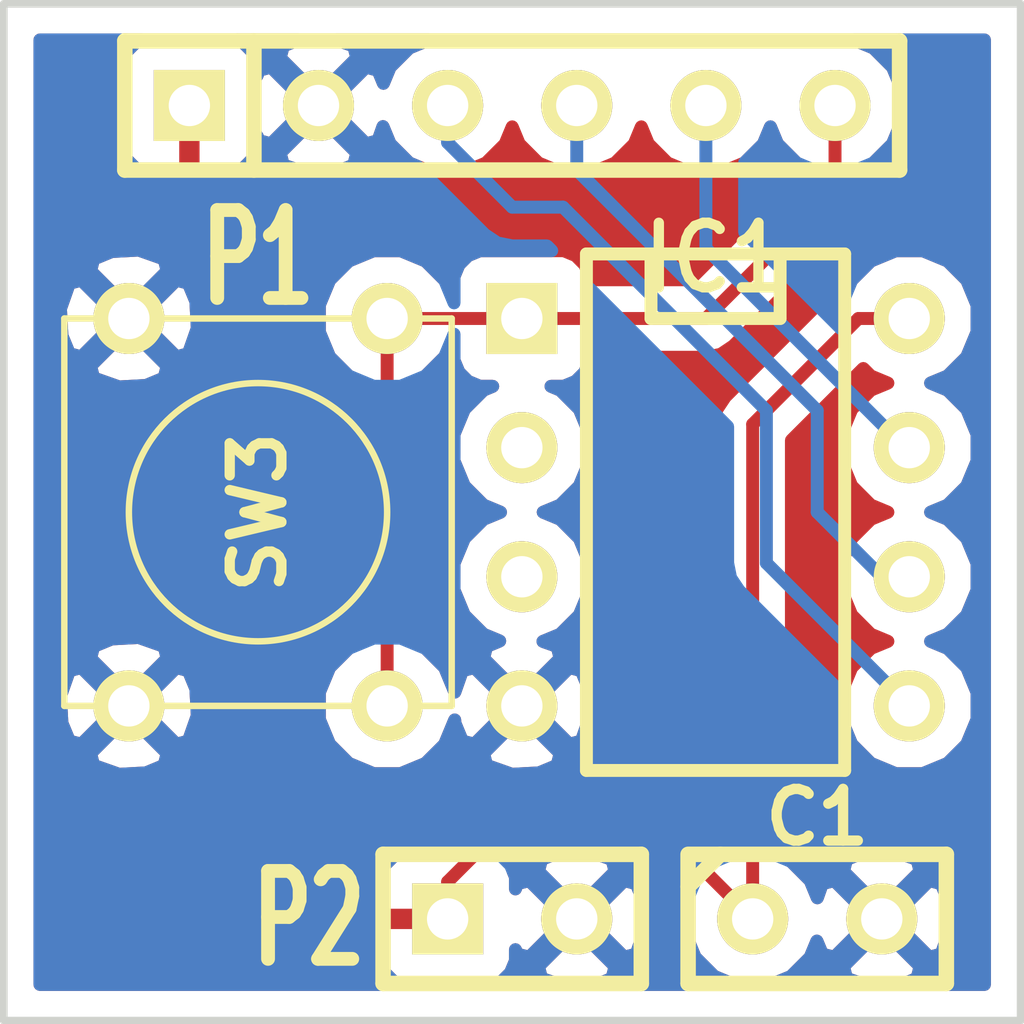
<source format=kicad_pcb>
(kicad_pcb (version 3) (host pcbnew "(2013-04-19 BZR 4011)-stable")

  (general
    (links 14)
    (no_connects 0)
    (area 76.924999 20.924999 97.075001 41.075001)
    (thickness 1.6)
    (drawings 4)
    (tracks 31)
    (zones 0)
    (modules 5)
    (nets 7)
  )

  (page A3)
  (layers
    (15 F.Cu signal)
    (0 B.Cu signal)
    (16 B.Adhes user)
    (17 F.Adhes user)
    (18 B.Paste user)
    (19 F.Paste user)
    (20 B.SilkS user)
    (21 F.SilkS user)
    (22 B.Mask user)
    (23 F.Mask user)
    (24 Dwgs.User user)
    (25 Cmts.User user)
    (26 Eco1.User user)
    (27 Eco2.User user)
    (28 Edge.Cuts user)
  )

  (setup
    (last_trace_width 0.254)
    (trace_clearance 0.254)
    (zone_clearance 0.508)
    (zone_45_only no)
    (trace_min 0.254)
    (segment_width 0.2)
    (edge_width 0.15)
    (via_size 0.889)
    (via_drill 0.635)
    (via_min_size 0.889)
    (via_min_drill 0.508)
    (uvia_size 0.508)
    (uvia_drill 0.127)
    (uvias_allowed no)
    (uvia_min_size 0.508)
    (uvia_min_drill 0.127)
    (pcb_text_width 0.3)
    (pcb_text_size 1.5 1.5)
    (mod_edge_width 0.15)
    (mod_text_size 1.5 1.5)
    (mod_text_width 0.15)
    (pad_size 1.524 1.524)
    (pad_drill 0.762)
    (pad_to_mask_clearance 0.2)
    (aux_axis_origin 0 0)
    (visible_elements 7FFFFFFF)
    (pcbplotparams
      (layerselection 3178497)
      (usegerberextensions true)
      (excludeedgelayer true)
      (linewidth 100000)
      (plotframeref false)
      (viasonmask false)
      (mode 1)
      (useauxorigin false)
      (hpglpennumber 1)
      (hpglpenspeed 20)
      (hpglpendiameter 15)
      (hpglpenoverlay 2)
      (psnegative false)
      (psa4output false)
      (plotreference true)
      (plotvalue true)
      (plotothertext true)
      (plotinvisibletext false)
      (padsonsilk false)
      (subtractmaskfromsilk false)
      (outputformat 1)
      (mirror false)
      (drillshape 0)
      (scaleselection 1)
      (outputdirectory ""))
  )

  (net 0 "")
  (net 1 /MISO)
  (net 2 /MOSI)
  (net 3 /RESET)
  (net 4 /SCK)
  (net 5 GND)
  (net 6 VCC)

  (net_class Default "This is the default net class."
    (clearance 0.254)
    (trace_width 0.254)
    (via_dia 0.889)
    (via_drill 0.635)
    (uvia_dia 0.508)
    (uvia_drill 0.127)
    (add_net "")
    (add_net /MISO)
    (add_net /MOSI)
    (add_net /RESET)
    (add_net /SCK)
    (add_net GND)
  )

  (net_class VCC ""
    (clearance 0.254)
    (trace_width 0.4)
    (via_dia 0.889)
    (via_drill 0.635)
    (uvia_dia 0.508)
    (uvia_drill 0.127)
    (add_net VCC)
  )

  (module SW_PUSH_SMALL (layer F.Cu) (tedit 52390539) (tstamp 5238EA53)
    (at 82 31 90)
    (path /5237CFD1)
    (fp_text reference SW3 (at 0 0 90) (layer F.SilkS)
      (effects (font (size 1.016 1.016) (thickness 0.2032)))
    )
    (fp_text value SW_PUSH (at 0 1.016 90) (layer F.SilkS) hide
      (effects (font (size 1.016 1.016) (thickness 0.2032)))
    )
    (fp_circle (center 0 0) (end 0 -2.54) (layer F.SilkS) (width 0.127))
    (fp_line (start -3.81 -3.81) (end 3.81 -3.81) (layer F.SilkS) (width 0.127))
    (fp_line (start 3.81 -3.81) (end 3.81 3.81) (layer F.SilkS) (width 0.127))
    (fp_line (start 3.81 3.81) (end -3.81 3.81) (layer F.SilkS) (width 0.127))
    (fp_line (start -3.81 -3.81) (end -3.81 3.81) (layer F.SilkS) (width 0.127))
    (pad 1 thru_hole circle (at 3.81 -2.54 90) (size 1.397 1.397) (drill 0.8128)
      (layers *.Cu *.Mask F.SilkS)
      (net 5 GND)
    )
    (pad 2 thru_hole circle (at 3.81 2.54 90) (size 1.397 1.397) (drill 0.8128)
      (layers *.Cu *.Mask F.SilkS)
      (net 3 /RESET)
    )
    (pad 1 thru_hole circle (at -3.81 -2.54 90) (size 1.397 1.397) (drill 0.8128)
      (layers *.Cu *.Mask F.SilkS)
      (net 5 GND)
    )
    (pad 2 thru_hole circle (at -3.81 2.54 90) (size 1.397 1.397) (drill 0.8128)
      (layers *.Cu *.Mask F.SilkS)
      (net 3 /RESET)
    )
  )

  (module SIL-6 (layer F.Cu) (tedit 523A47F6) (tstamp 5238F611)
    (at 87 23)
    (descr "Connecteur 6 pins")
    (tags "CONN DEV")
    (path /5238E8F5)
    (fp_text reference P1 (at -5 3) (layer F.SilkS)
      (effects (font (size 1.72974 1.08712) (thickness 0.3048)))
    )
    (fp_text value CONN_6 (at 0 2.5) (layer F.SilkS) hide
      (effects (font (size 1.524 1.016) (thickness 0.254)))
    )
    (fp_line (start -7.62 1.27) (end -7.62 -1.27) (layer F.SilkS) (width 0.3048))
    (fp_line (start -7.62 -1.27) (end 7.62 -1.27) (layer F.SilkS) (width 0.3048))
    (fp_line (start 7.62 -1.27) (end 7.62 1.27) (layer F.SilkS) (width 0.3048))
    (fp_line (start 7.62 1.27) (end -7.62 1.27) (layer F.SilkS) (width 0.3048))
    (fp_line (start -5.08 1.27) (end -5.08 -1.27) (layer F.SilkS) (width 0.3048))
    (pad 1 thru_hole rect (at -6.35 0) (size 1.397 1.397) (drill 0.8128)
      (layers *.Cu *.Mask F.SilkS)
      (net 6 VCC)
    )
    (pad 2 thru_hole circle (at -3.81 0) (size 1.397 1.397) (drill 0.8128)
      (layers *.Cu *.Mask F.SilkS)
      (net 5 GND)
    )
    (pad 3 thru_hole circle (at -1.27 0) (size 1.397 1.397) (drill 0.8128)
      (layers *.Cu *.Mask F.SilkS)
      (net 2 /MOSI)
    )
    (pad 4 thru_hole circle (at 1.27 0) (size 1.397 1.397) (drill 0.8128)
      (layers *.Cu *.Mask F.SilkS)
      (net 1 /MISO)
    )
    (pad 5 thru_hole circle (at 3.81 0) (size 1.397 1.397) (drill 0.8128)
      (layers *.Cu *.Mask F.SilkS)
      (net 4 /SCK)
    )
    (pad 6 thru_hole circle (at 6.35 0) (size 1.397 1.397) (drill 0.8128)
      (layers *.Cu *.Mask F.SilkS)
      (net 3 /RESET)
    )
  )

  (module SIL-2 (layer F.Cu) (tedit 5239050D) (tstamp 5238F61C)
    (at 87 39)
    (descr "Connecteurs 2 pins")
    (tags "CONN DEV")
    (path /5238E9F9)
    (fp_text reference P2 (at -4 0) (layer F.SilkS)
      (effects (font (size 1.72974 1.08712) (thickness 0.3048)))
    )
    (fp_text value CONN_2 (at 0 -2.54) (layer F.SilkS) hide
      (effects (font (size 1.524 1.016) (thickness 0.3048)))
    )
    (fp_line (start -2.54 1.27) (end -2.54 -1.27) (layer F.SilkS) (width 0.3048))
    (fp_line (start -2.54 -1.27) (end 2.54 -1.27) (layer F.SilkS) (width 0.3048))
    (fp_line (start 2.54 -1.27) (end 2.54 1.27) (layer F.SilkS) (width 0.3048))
    (fp_line (start 2.54 1.27) (end -2.54 1.27) (layer F.SilkS) (width 0.3048))
    (pad 1 thru_hole rect (at -1.27 0) (size 1.397 1.397) (drill 0.8128)
      (layers *.Cu *.Mask F.SilkS)
      (net 6 VCC)
    )
    (pad 2 thru_hole circle (at 1.27 0) (size 1.397 1.397) (drill 0.8128)
      (layers *.Cu *.Mask F.SilkS)
      (net 5 GND)
    )
  )

  (module DIP-8__300 (layer F.Cu) (tedit 52390557) (tstamp 5238EA7F)
    (at 91 31 270)
    (descr "8 pins DIL package, round pads")
    (tags DIL)
    (path /5237CFC2)
    (fp_text reference IC1 (at -5 0 360) (layer F.SilkS)
      (effects (font (size 1.27 1.143) (thickness 0.2032)))
    )
    (fp_text value ATTINY85-P (at 0 0 270) (layer F.SilkS) hide
      (effects (font (size 1.27 1.016) (thickness 0.2032)))
    )
    (fp_line (start -5.08 -1.27) (end -3.81 -1.27) (layer F.SilkS) (width 0.254))
    (fp_line (start -3.81 -1.27) (end -3.81 1.27) (layer F.SilkS) (width 0.254))
    (fp_line (start -3.81 1.27) (end -5.08 1.27) (layer F.SilkS) (width 0.254))
    (fp_line (start -5.08 -2.54) (end 5.08 -2.54) (layer F.SilkS) (width 0.254))
    (fp_line (start 5.08 -2.54) (end 5.08 2.54) (layer F.SilkS) (width 0.254))
    (fp_line (start 5.08 2.54) (end -5.08 2.54) (layer F.SilkS) (width 0.254))
    (fp_line (start -5.08 2.54) (end -5.08 -2.54) (layer F.SilkS) (width 0.254))
    (pad 1 thru_hole rect (at -3.81 3.81 270) (size 1.397 1.397) (drill 0.8128)
      (layers *.Cu *.Mask F.SilkS)
      (net 3 /RESET)
    )
    (pad 2 thru_hole circle (at -1.27 3.81 270) (size 1.397 1.397) (drill 0.8128)
      (layers *.Cu *.Mask F.SilkS)
    )
    (pad 3 thru_hole circle (at 1.27 3.81 270) (size 1.397 1.397) (drill 0.8128)
      (layers *.Cu *.Mask F.SilkS)
    )
    (pad 4 thru_hole circle (at 3.81 3.81 270) (size 1.397 1.397) (drill 0.8128)
      (layers *.Cu *.Mask F.SilkS)
      (net 5 GND)
    )
    (pad 5 thru_hole circle (at 3.81 -3.81 270) (size 1.397 1.397) (drill 0.8128)
      (layers *.Cu *.Mask F.SilkS)
      (net 2 /MOSI)
    )
    (pad 6 thru_hole circle (at 1.27 -3.81 270) (size 1.397 1.397) (drill 0.8128)
      (layers *.Cu *.Mask F.SilkS)
      (net 1 /MISO)
    )
    (pad 7 thru_hole circle (at -1.27 -3.81 270) (size 1.397 1.397) (drill 0.8128)
      (layers *.Cu *.Mask F.SilkS)
      (net 4 /SCK)
    )
    (pad 8 thru_hole circle (at -3.81 -3.81 270) (size 1.397 1.397) (drill 0.8128)
      (layers *.Cu *.Mask F.SilkS)
      (net 6 VCC)
    )
    (model dil/dil_8.wrl
      (at (xyz 0 0 0))
      (scale (xyz 1 1 1))
      (rotate (xyz 0 0 0))
    )
  )

  (module C1 (layer F.Cu) (tedit 52390509) (tstamp 5238EA8A)
    (at 93 39)
    (descr "Condensateur e = 1 pas")
    (tags C)
    (path /5238D9F4)
    (fp_text reference C1 (at 0 -2) (layer F.SilkS)
      (effects (font (size 1.016 1.016) (thickness 0.2032)))
    )
    (fp_text value 10uf (at 0 -2.286) (layer F.SilkS) hide
      (effects (font (size 1.016 1.016) (thickness 0.2032)))
    )
    (fp_line (start -2.4892 -1.27) (end 2.54 -1.27) (layer F.SilkS) (width 0.3048))
    (fp_line (start 2.54 -1.27) (end 2.54 1.27) (layer F.SilkS) (width 0.3048))
    (fp_line (start 2.54 1.27) (end -2.54 1.27) (layer F.SilkS) (width 0.3048))
    (fp_line (start -2.54 1.27) (end -2.54 -1.27) (layer F.SilkS) (width 0.3048))
    (fp_line (start -2.54 -0.635) (end -1.905 -1.27) (layer F.SilkS) (width 0.3048))
    (pad 1 thru_hole circle (at -1.27 0) (size 1.397 1.397) (drill 0.8128)
      (layers *.Cu *.Mask F.SilkS)
      (net 6 VCC)
    )
    (pad 2 thru_hole circle (at 1.27 0) (size 1.397 1.397) (drill 0.8128)
      (layers *.Cu *.Mask F.SilkS)
      (net 5 GND)
    )
    (model discret/capa_1_pas.wrl
      (at (xyz 0 0 0))
      (scale (xyz 1 1 1))
      (rotate (xyz 0 0 0))
    )
  )

  (gr_line (start 77 41) (end 77 21) (angle 90) (layer Edge.Cuts) (width 0.15))
  (gr_line (start 97 41) (end 77 41) (angle 90) (layer Edge.Cuts) (width 0.15))
  (gr_line (start 97 21) (end 97 41) (angle 90) (layer Edge.Cuts) (width 0.15))
  (gr_line (start 77 21) (end 97 21) (angle 90) (layer Edge.Cuts) (width 0.15))

  (segment (start 94.81 32.27) (end 94.27 32.27) (width 0.254) (layer B.Cu) (net 1))
  (segment (start 88.27 24.27) (end 88.27 23) (width 0.254) (layer B.Cu) (net 1) (tstamp 5238F098))
  (segment (start 93 29) (end 88.27 24.27) (width 0.254) (layer B.Cu) (net 1) (tstamp 5238F095))
  (segment (start 93 31) (end 93 29) (width 0.254) (layer B.Cu) (net 1) (tstamp 5238F093))
  (segment (start 94.27 32.27) (end 93 31) (width 0.254) (layer B.Cu) (net 1) (tstamp 5238F091))
  (segment (start 94.81 34.81) (end 92 32) (width 0.254) (layer B.Cu) (net 2))
  (segment (start 85.73 23.73) (end 85.73 23) (width 0.254) (layer B.Cu) (net 2) (tstamp 5238F0A5))
  (segment (start 87 25) (end 85.73 23.73) (width 0.254) (layer B.Cu) (net 2) (tstamp 5238F0A0))
  (segment (start 88 25) (end 87 25) (width 0.254) (layer B.Cu) (net 2) (tstamp 5238F09E))
  (segment (start 92 29) (end 88 25) (width 0.254) (layer B.Cu) (net 2) (tstamp 5238F09D))
  (segment (start 92 32) (end 92 29) (width 0.254) (layer B.Cu) (net 2) (tstamp 5238F09C))
  (segment (start 87.19 27.19) (end 84.54 27.19) (width 0.254) (layer F.Cu) (net 3))
  (segment (start 84.54 27.19) (end 84.54 34.81) (width 0.254) (layer F.Cu) (net 3) (tstamp 5238F0E0))
  (segment (start 87.19 27.19) (end 90.81 27.19) (width 0.254) (layer F.Cu) (net 3))
  (segment (start 93.35 24.65) (end 93.35 23) (width 0.254) (layer F.Cu) (net 3) (tstamp 5238F0DC))
  (segment (start 90.81 27.19) (end 93.35 24.65) (width 0.254) (layer F.Cu) (net 3) (tstamp 5238F0D7))
  (segment (start 94.81 29.73) (end 94.73 29.73) (width 0.254) (layer B.Cu) (net 4))
  (segment (start 90.81 25.81) (end 90.81 23) (width 0.254) (layer B.Cu) (net 4) (tstamp 5238F071))
  (segment (start 94.73 29.73) (end 90.81 25.81) (width 0.254) (layer B.Cu) (net 4) (tstamp 5238F06D))
  (segment (start 85.73 39) (end 83 39) (width 0.4) (layer F.Cu) (net 6))
  (segment (start 83 39) (end 82 38) (width 0.4) (layer F.Cu) (net 6) (tstamp 5238F44E))
  (segment (start 82 38) (end 82 26) (width 0.4) (layer F.Cu) (net 6) (tstamp 5238F450))
  (segment (start 82 26) (end 80.65 24.65) (width 0.4) (layer F.Cu) (net 6) (tstamp 5238F452))
  (segment (start 80.65 24.65) (end 80.65 23) (width 0.4) (layer F.Cu) (net 6) (tstamp 5238F454))
  (segment (start 91.73 39) (end 91.73 29.27) (width 0.254) (layer F.Cu) (net 6))
  (segment (start 93.81 27.19) (end 94.81 27.19) (width 0.254) (layer F.Cu) (net 6) (tstamp 5238F2AC))
  (segment (start 91.73 29.27) (end 93.81 27.19) (width 0.254) (layer F.Cu) (net 6) (tstamp 5238F2A8))
  (segment (start 85.73 39) (end 85.73 38.27) (width 0.254) (layer F.Cu) (net 6))
  (segment (start 89.73 37) (end 91.73 39) (width 0.254) (layer F.Cu) (net 6) (tstamp 5238F2A2))
  (segment (start 87 37) (end 89.73 37) (width 0.254) (layer F.Cu) (net 6) (tstamp 5238F29D))
  (segment (start 85.73 38.27) (end 87 37) (width 0.254) (layer F.Cu) (net 6) (tstamp 5238F29C))

  (zone (net 5) (net_name GND) (layer B.Cu) (tstamp 5238F4C8) (hatch edge 0.508)
    (connect_pads (clearance 0.508))
    (min_thickness 0.254)
    (fill (arc_segments 16) (thermal_gap 0.508) (thermal_bridge_width 0.508))
    (polygon
      (pts
        (xy 97 41) (xy 77 41) (xy 77 21) (xy 97 21)
      )
    )
    (filled_polygon
      (pts
        (xy 96.29 40.29) (xy 95.615924 40.29) (xy 95.615924 39.19252) (xy 95.587146 38.662802) (xy 95.439798 38.307072)
        (xy 95.204186 38.245419) (xy 95.024581 38.425024) (xy 95.024581 38.065814) (xy 94.962928 37.830202) (xy 94.46252 37.654076)
        (xy 93.932802 37.682854) (xy 93.577072 37.830202) (xy 93.515419 38.065814) (xy 94.27 38.820395) (xy 95.024581 38.065814)
        (xy 95.024581 38.425024) (xy 94.449605 39) (xy 95.204186 39.754581) (xy 95.439798 39.692928) (xy 95.615924 39.19252)
        (xy 95.615924 40.29) (xy 94.672734 40.29) (xy 94.962928 40.169798) (xy 95.024581 39.934186) (xy 94.27 39.179605)
        (xy 93.515419 39.934186) (xy 93.577072 40.169798) (xy 93.918589 40.29) (xy 92.09992 40.29) (xy 92.48438 40.131145)
        (xy 92.859826 39.756353) (xy 92.993314 39.434877) (xy 93.100202 39.692928) (xy 93.335814 39.754581) (xy 94.090395 39)
        (xy 93.335814 38.245419) (xy 93.100202 38.307072) (xy 93.001917 38.586316) (xy 92.861145 38.24562) (xy 92.486353 37.870174)
        (xy 91.996413 37.666733) (xy 91.465914 37.66627) (xy 90.97562 37.868855) (xy 90.600174 38.243647) (xy 90.396733 38.733587)
        (xy 90.39627 39.264086) (xy 90.598855 39.75438) (xy 90.973647 40.129826) (xy 91.359388 40.29) (xy 89.615924 40.29)
        (xy 89.615924 39.19252) (xy 89.587146 38.662802) (xy 89.439798 38.307072) (xy 89.204186 38.245419) (xy 89.024581 38.425024)
        (xy 89.024581 38.065814) (xy 88.962928 37.830202) (xy 88.535924 37.679911) (xy 88.535924 35.00252) (xy 88.507146 34.472802)
        (xy 88.359798 34.117072) (xy 88.124186 34.055419) (xy 87.369605 34.81) (xy 88.124186 35.564581) (xy 88.359798 35.502928)
        (xy 88.535924 35.00252) (xy 88.535924 37.679911) (xy 88.46252 37.654076) (xy 87.944581 37.682214) (xy 87.944581 35.744186)
        (xy 87.19 34.989605) (xy 87.010395 35.16921) (xy 87.010395 34.81) (xy 86.255814 34.055419) (xy 86.020202 34.117072)
        (xy 85.871318 34.540078) (xy 85.671145 34.05562) (xy 85.296353 33.680174) (xy 84.806413 33.476733) (xy 84.275914 33.47627)
        (xy 83.78562 33.678855) (xy 83.410174 34.053647) (xy 83.206733 34.543587) (xy 83.20627 35.074086) (xy 83.408855 35.56438)
        (xy 83.783647 35.939826) (xy 84.273587 36.143267) (xy 84.804086 36.14373) (xy 85.29438 35.941145) (xy 85.669826 35.566353)
        (xy 85.869501 35.085482) (xy 85.872854 35.147198) (xy 86.020202 35.502928) (xy 86.255814 35.564581) (xy 87.010395 34.81)
        (xy 87.010395 35.16921) (xy 86.435419 35.744186) (xy 86.497072 35.979798) (xy 86.99748 36.155924) (xy 87.527198 36.127146)
        (xy 87.882928 35.979798) (xy 87.944581 35.744186) (xy 87.944581 37.682214) (xy 87.932802 37.682854) (xy 87.577072 37.830202)
        (xy 87.515419 38.065814) (xy 88.27 38.820395) (xy 89.024581 38.065814) (xy 89.024581 38.425024) (xy 88.449605 39)
        (xy 89.204186 39.754581) (xy 89.439798 39.692928) (xy 89.615924 39.19252) (xy 89.615924 40.29) (xy 88.672734 40.29)
        (xy 88.962928 40.169798) (xy 89.024581 39.934186) (xy 88.27 39.179605) (xy 87.515419 39.934186) (xy 87.577072 40.169798)
        (xy 87.918589 40.29) (xy 86.659799 40.29) (xy 86.787729 40.237141) (xy 86.966513 40.058668) (xy 87.063389 39.825364)
        (xy 87.063582 39.604519) (xy 87.100202 39.692928) (xy 87.335814 39.754581) (xy 88.090395 39) (xy 87.335814 38.245419)
        (xy 87.100202 38.307072) (xy 87.06361 38.411036) (xy 87.06361 38.175745) (xy 86.967141 37.942271) (xy 86.788668 37.763487)
        (xy 86.555364 37.666611) (xy 86.302745 37.66639) (xy 84.905745 37.66639) (xy 84.672271 37.762859) (xy 84.493487 37.941332)
        (xy 84.396611 38.174636) (xy 84.39639 38.427255) (xy 84.39639 39.824255) (xy 84.492859 40.057729) (xy 84.671332 40.236513)
        (xy 84.800143 40.29) (xy 80.805924 40.29) (xy 80.805924 35.00252) (xy 80.805924 27.38252) (xy 80.777146 26.852802)
        (xy 80.629798 26.497072) (xy 80.394186 26.435419) (xy 80.214581 26.615024) (xy 80.214581 26.255814) (xy 80.152928 26.020202)
        (xy 79.65252 25.844076) (xy 79.122802 25.872854) (xy 78.767072 26.020202) (xy 78.705419 26.255814) (xy 79.46 27.010395)
        (xy 80.214581 26.255814) (xy 80.214581 26.615024) (xy 79.639605 27.19) (xy 80.394186 27.944581) (xy 80.629798 27.882928)
        (xy 80.805924 27.38252) (xy 80.805924 35.00252) (xy 80.777146 34.472802) (xy 80.629798 34.117072) (xy 80.394186 34.055419)
        (xy 80.214581 34.235024) (xy 80.214581 33.875814) (xy 80.214581 28.124186) (xy 79.46 27.369605) (xy 79.280395 27.54921)
        (xy 79.280395 27.19) (xy 78.525814 26.435419) (xy 78.290202 26.497072) (xy 78.114076 26.99748) (xy 78.142854 27.527198)
        (xy 78.290202 27.882928) (xy 78.525814 27.944581) (xy 79.280395 27.19) (xy 79.280395 27.54921) (xy 78.705419 28.124186)
        (xy 78.767072 28.359798) (xy 79.26748 28.535924) (xy 79.797198 28.507146) (xy 80.152928 28.359798) (xy 80.214581 28.124186)
        (xy 80.214581 33.875814) (xy 80.152928 33.640202) (xy 79.65252 33.464076) (xy 79.122802 33.492854) (xy 78.767072 33.640202)
        (xy 78.705419 33.875814) (xy 79.46 34.630395) (xy 80.214581 33.875814) (xy 80.214581 34.235024) (xy 79.639605 34.81)
        (xy 80.394186 35.564581) (xy 80.629798 35.502928) (xy 80.805924 35.00252) (xy 80.805924 40.29) (xy 80.214581 40.29)
        (xy 80.214581 35.744186) (xy 79.46 34.989605) (xy 79.280395 35.16921) (xy 79.280395 34.81) (xy 78.525814 34.055419)
        (xy 78.290202 34.117072) (xy 78.114076 34.61748) (xy 78.142854 35.147198) (xy 78.290202 35.502928) (xy 78.525814 35.564581)
        (xy 79.280395 34.81) (xy 79.280395 35.16921) (xy 78.705419 35.744186) (xy 78.767072 35.979798) (xy 79.26748 36.155924)
        (xy 79.797198 36.127146) (xy 80.152928 35.979798) (xy 80.214581 35.744186) (xy 80.214581 40.29) (xy 77.71 40.29)
        (xy 77.71 21.71) (xy 79.7202 21.71) (xy 79.592271 21.762859) (xy 79.413487 21.941332) (xy 79.316611 22.174636)
        (xy 79.31639 22.427255) (xy 79.31639 23.824255) (xy 79.412859 24.057729) (xy 79.591332 24.236513) (xy 79.824636 24.333389)
        (xy 80.077255 24.33361) (xy 81.474255 24.33361) (xy 81.707729 24.237141) (xy 81.886513 24.058668) (xy 81.983389 23.825364)
        (xy 81.983582 23.604519) (xy 82.020202 23.692928) (xy 82.255814 23.754581) (xy 83.010395 23) (xy 82.255814 22.245419)
        (xy 82.020202 22.307072) (xy 81.98361 22.411036) (xy 81.98361 22.175745) (xy 81.887141 21.942271) (xy 81.708668 21.763487)
        (xy 81.579856 21.71) (xy 82.787265 21.71) (xy 82.497072 21.830202) (xy 82.435419 22.065814) (xy 83.19 22.820395)
        (xy 83.944581 22.065814) (xy 83.882928 21.830202) (xy 83.54141 21.71) (xy 85.360079 21.71) (xy 84.97562 21.868855)
        (xy 84.600174 22.243647) (xy 84.466685 22.565122) (xy 84.359798 22.307072) (xy 84.124186 22.245419) (xy 83.369605 23)
        (xy 84.124186 23.754581) (xy 84.359798 23.692928) (xy 84.458082 23.413683) (xy 84.598855 23.75438) (xy 84.973647 24.129826)
        (xy 85.146186 24.20147) (xy 85.146187 24.201471) (xy 85.191185 24.268815) (xy 86.461184 25.538815) (xy 86.461185 25.538815)
        (xy 86.708395 25.703996) (xy 87 25.762) (xy 87.684369 25.762) (xy 87.778773 25.856404) (xy 87.762745 25.85639)
        (xy 86.365745 25.85639) (xy 86.132271 25.952859) (xy 85.953487 26.131332) (xy 85.856611 26.364636) (xy 85.85639 26.617255)
        (xy 85.85639 26.883947) (xy 85.671145 26.43562) (xy 85.296353 26.060174) (xy 84.806413 25.856733) (xy 84.275914 25.85627)
        (xy 83.944581 25.993173) (xy 83.944581 23.934186) (xy 83.19 23.179605) (xy 82.435419 23.934186) (xy 82.497072 24.169798)
        (xy 82.99748 24.345924) (xy 83.527198 24.317146) (xy 83.882928 24.169798) (xy 83.944581 23.934186) (xy 83.944581 25.993173)
        (xy 83.78562 26.058855) (xy 83.410174 26.433647) (xy 83.206733 26.923587) (xy 83.20627 27.454086) (xy 83.408855 27.94438)
        (xy 83.783647 28.319826) (xy 84.273587 28.523267) (xy 84.804086 28.52373) (xy 85.29438 28.321145) (xy 85.669826 27.946353)
        (xy 85.85639 27.497057) (xy 85.85639 28.014255) (xy 85.952859 28.247729) (xy 86.131332 28.426513) (xy 86.364636 28.523389)
        (xy 86.617255 28.52361) (xy 86.617727 28.52361) (xy 86.43562 28.598855) (xy 86.060174 28.973647) (xy 85.856733 29.463587)
        (xy 85.85627 29.994086) (xy 86.058855 30.48438) (xy 86.433647 30.859826) (xy 86.771448 31.000093) (xy 86.43562 31.138855)
        (xy 86.060174 31.513647) (xy 85.856733 32.003587) (xy 85.85627 32.534086) (xy 86.058855 33.02438) (xy 86.433647 33.399826)
        (xy 86.755122 33.533314) (xy 86.497072 33.640202) (xy 86.435419 33.875814) (xy 87.19 34.630395) (xy 87.944581 33.875814)
        (xy 87.882928 33.640202) (xy 87.603683 33.541917) (xy 87.94438 33.401145) (xy 88.319826 33.026353) (xy 88.523267 32.536413)
        (xy 88.52373 32.005914) (xy 88.321145 31.51562) (xy 87.946353 31.140174) (xy 87.608551 30.999906) (xy 87.94438 30.861145)
        (xy 88.319826 30.486353) (xy 88.523267 29.996413) (xy 88.52373 29.465914) (xy 88.321145 28.97562) (xy 87.946353 28.600174)
        (xy 87.761966 28.52361) (xy 88.014255 28.52361) (xy 88.247729 28.427141) (xy 88.426513 28.248668) (xy 88.523389 28.015364)
        (xy 88.52361 27.762745) (xy 88.52361 26.60124) (xy 91.238 29.31563) (xy 91.238 32) (xy 91.296004 32.291605)
        (xy 91.461185 32.538815) (xy 93.476723 34.554353) (xy 93.47627 35.074086) (xy 93.678855 35.56438) (xy 94.053647 35.939826)
        (xy 94.543587 36.143267) (xy 95.074086 36.14373) (xy 95.56438 35.941145) (xy 95.939826 35.566353) (xy 96.143267 35.076413)
        (xy 96.14373 34.545914) (xy 95.941145 34.05562) (xy 95.566353 33.680174) (xy 95.228551 33.539906) (xy 95.56438 33.401145)
        (xy 95.939826 33.026353) (xy 96.143267 32.536413) (xy 96.14373 32.005914) (xy 95.941145 31.51562) (xy 95.566353 31.140174)
        (xy 95.228551 30.999906) (xy 95.56438 30.861145) (xy 95.939826 30.486353) (xy 96.143267 29.996413) (xy 96.14373 29.465914)
        (xy 95.941145 28.97562) (xy 95.566353 28.600174) (xy 95.228551 28.459906) (xy 95.56438 28.321145) (xy 95.939826 27.946353)
        (xy 96.143267 27.456413) (xy 96.14373 26.925914) (xy 95.941145 26.43562) (xy 95.566353 26.060174) (xy 95.076413 25.856733)
        (xy 94.545914 25.85627) (xy 94.05562 26.058855) (xy 93.680174 26.433647) (xy 93.476733 26.923587) (xy 93.476318 27.398688)
        (xy 91.572 25.49437) (xy 91.572 24.123538) (xy 91.939826 23.756353) (xy 92.080093 23.418551) (xy 92.218855 23.75438)
        (xy 92.593647 24.129826) (xy 93.083587 24.333267) (xy 93.614086 24.33373) (xy 94.10438 24.131145) (xy 94.479826 23.756353)
        (xy 94.683267 23.266413) (xy 94.68373 22.735914) (xy 94.481145 22.24562) (xy 94.106353 21.870174) (xy 93.720611 21.71)
        (xy 96.29 21.71) (xy 96.29 40.29)
      )
    )
  )
  (zone (net 5) (net_name GND) (layer F.Cu) (tstamp 5238F4C8) (hatch edge 0.508)
    (connect_pads (clearance 0.508))
    (min_thickness 0.254)
    (fill (arc_segments 16) (thermal_gap 0.508) (thermal_bridge_width 0.508))
    (polygon
      (pts
        (xy 97 41) (xy 77 41) (xy 77 21) (xy 97 21)
      )
    )
    (filled_polygon
      (pts
        (xy 84.800143 40.29) (xy 80.805924 40.29) (xy 80.805924 35.00252) (xy 80.805924 27.38252) (xy 80.777146 26.852802)
        (xy 80.629798 26.497072) (xy 80.394186 26.435419) (xy 80.214581 26.615024) (xy 80.214581 26.255814) (xy 80.152928 26.020202)
        (xy 79.65252 25.844076) (xy 79.122802 25.872854) (xy 78.767072 26.020202) (xy 78.705419 26.255814) (xy 79.46 27.010395)
        (xy 80.214581 26.255814) (xy 80.214581 26.615024) (xy 79.639605 27.19) (xy 80.394186 27.944581) (xy 80.629798 27.882928)
        (xy 80.805924 27.38252) (xy 80.805924 35.00252) (xy 80.777146 34.472802) (xy 80.629798 34.117072) (xy 80.394186 34.055419)
        (xy 80.214581 34.235024) (xy 80.214581 33.875814) (xy 80.214581 28.124186) (xy 79.46 27.369605) (xy 79.280395 27.54921)
        (xy 79.280395 27.19) (xy 78.525814 26.435419) (xy 78.290202 26.497072) (xy 78.114076 26.99748) (xy 78.142854 27.527198)
        (xy 78.290202 27.882928) (xy 78.525814 27.944581) (xy 79.280395 27.19) (xy 79.280395 27.54921) (xy 78.705419 28.124186)
        (xy 78.767072 28.359798) (xy 79.26748 28.535924) (xy 79.797198 28.507146) (xy 80.152928 28.359798) (xy 80.214581 28.124186)
        (xy 80.214581 33.875814) (xy 80.152928 33.640202) (xy 79.65252 33.464076) (xy 79.122802 33.492854) (xy 78.767072 33.640202)
        (xy 78.705419 33.875814) (xy 79.46 34.630395) (xy 80.214581 33.875814) (xy 80.214581 34.235024) (xy 79.639605 34.81)
        (xy 80.394186 35.564581) (xy 80.629798 35.502928) (xy 80.805924 35.00252) (xy 80.805924 40.29) (xy 80.214581 40.29)
        (xy 80.214581 35.744186) (xy 79.46 34.989605) (xy 79.280395 35.16921) (xy 79.280395 34.81) (xy 78.525814 34.055419)
        (xy 78.290202 34.117072) (xy 78.114076 34.61748) (xy 78.142854 35.147198) (xy 78.290202 35.502928) (xy 78.525814 35.564581)
        (xy 79.280395 34.81) (xy 79.280395 35.16921) (xy 78.705419 35.744186) (xy 78.767072 35.979798) (xy 79.26748 36.155924)
        (xy 79.797198 36.127146) (xy 80.152928 35.979798) (xy 80.214581 35.744186) (xy 80.214581 40.29) (xy 77.71 40.29)
        (xy 77.71 21.71) (xy 79.7202 21.71) (xy 79.592271 21.762859) (xy 79.413487 21.941332) (xy 79.316611 22.174636)
        (xy 79.31639 22.427255) (xy 79.31639 23.824255) (xy 79.412859 24.057729) (xy 79.591332 24.236513) (xy 79.815 24.329387)
        (xy 79.815 24.65) (xy 79.878561 24.969541) (xy 80.059566 25.240434) (xy 81.165 26.345868) (xy 81.165 38)
        (xy 81.228561 38.319541) (xy 81.409566 38.590434) (xy 82.409565 39.590434) (xy 82.409566 39.590434) (xy 82.680459 39.771439)
        (xy 83 39.835) (xy 84.400829 39.835) (xy 84.492859 40.057729) (xy 84.671332 40.236513) (xy 84.800143 40.29)
      )
    )
    (filled_polygon
      (pts
        (xy 91.359388 40.29) (xy 89.615924 40.29) (xy 89.615924 39.19252) (xy 89.587146 38.662802) (xy 89.439798 38.307072)
        (xy 89.204186 38.245419) (xy 88.449605 39) (xy 89.204186 39.754581) (xy 89.439798 39.692928) (xy 89.615924 39.19252)
        (xy 89.615924 40.29) (xy 88.672734 40.29) (xy 88.962928 40.169798) (xy 89.024581 39.934186) (xy 88.27 39.179605)
        (xy 87.515419 39.934186) (xy 87.577072 40.169798) (xy 87.918589 40.29) (xy 86.659799 40.29) (xy 86.787729 40.237141)
        (xy 86.966513 40.058668) (xy 87.063389 39.825364) (xy 87.063582 39.604519) (xy 87.100202 39.692928) (xy 87.335814 39.754581)
        (xy 88.090395 39) (xy 87.335814 38.245419) (xy 87.100202 38.307072) (xy 87.06361 38.411036) (xy 87.06361 38.175745)
        (xy 87.016324 38.061305) (xy 87.31563 37.762) (xy 87.741726 37.762) (xy 87.577072 37.830202) (xy 87.515419 38.065814)
        (xy 88.27 38.820395) (xy 89.024581 38.065814) (xy 88.962928 37.830202) (xy 88.769152 37.762) (xy 89.41437 37.762)
        (xy 90.396723 38.744353) (xy 90.39627 39.264086) (xy 90.598855 39.75438) (xy 90.973647 40.129826) (xy 91.359388 40.29)
      )
    )
    (filled_polygon
      (pts
        (xy 96.29 40.29) (xy 95.615924 40.29) (xy 95.615924 39.19252) (xy 95.587146 38.662802) (xy 95.439798 38.307072)
        (xy 95.204186 38.245419) (xy 95.024581 38.425024) (xy 95.024581 38.065814) (xy 94.962928 37.830202) (xy 94.46252 37.654076)
        (xy 93.932802 37.682854) (xy 93.577072 37.830202) (xy 93.515419 38.065814) (xy 94.27 38.820395) (xy 95.024581 38.065814)
        (xy 95.024581 38.425024) (xy 94.449605 39) (xy 95.204186 39.754581) (xy 95.439798 39.692928) (xy 95.615924 39.19252)
        (xy 95.615924 40.29) (xy 94.672734 40.29) (xy 94.962928 40.169798) (xy 95.024581 39.934186) (xy 94.27 39.179605)
        (xy 93.515419 39.934186) (xy 93.577072 40.169798) (xy 93.918589 40.29) (xy 92.09992 40.29) (xy 92.48438 40.131145)
        (xy 92.859826 39.756353) (xy 92.993314 39.434877) (xy 93.100202 39.692928) (xy 93.335814 39.754581) (xy 94.090395 39)
        (xy 93.335814 38.245419) (xy 93.100202 38.307072) (xy 93.001917 38.586316) (xy 92.861145 38.24562) (xy 92.492 37.87583)
        (xy 92.492 29.58563) (xy 93.905854 28.171775) (xy 94.053647 28.319826) (xy 94.391448 28.460093) (xy 94.05562 28.598855)
        (xy 93.680174 28.973647) (xy 93.476733 29.463587) (xy 93.47627 29.994086) (xy 93.678855 30.48438) (xy 94.053647 30.859826)
        (xy 94.391448 31.000093) (xy 94.05562 31.138855) (xy 93.680174 31.513647) (xy 93.476733 32.003587) (xy 93.47627 32.534086)
        (xy 93.678855 33.02438) (xy 94.053647 33.399826) (xy 94.391448 33.540093) (xy 94.05562 33.678855) (xy 93.680174 34.053647)
        (xy 93.476733 34.543587) (xy 93.47627 35.074086) (xy 93.678855 35.56438) (xy 94.053647 35.939826) (xy 94.543587 36.143267)
        (xy 95.074086 36.14373) (xy 95.56438 35.941145) (xy 95.939826 35.566353) (xy 96.143267 35.076413) (xy 96.14373 34.545914)
        (xy 95.941145 34.05562) (xy 95.566353 33.680174) (xy 95.228551 33.539906) (xy 95.56438 33.401145) (xy 95.939826 33.026353)
        (xy 96.143267 32.536413) (xy 96.14373 32.005914) (xy 95.941145 31.51562) (xy 95.566353 31.140174) (xy 95.228551 30.999906)
        (xy 95.56438 30.861145) (xy 95.939826 30.486353) (xy 96.143267 29.996413) (xy 96.14373 29.465914) (xy 95.941145 28.97562)
        (xy 95.566353 28.600174) (xy 95.228551 28.459906) (xy 95.56438 28.321145) (xy 95.939826 27.946353) (xy 96.143267 27.456413)
        (xy 96.14373 26.925914) (xy 95.941145 26.43562) (xy 95.566353 26.060174) (xy 95.076413 25.856733) (xy 94.545914 25.85627)
        (xy 94.05562 26.058855) (xy 93.680174 26.433647) (xy 93.671041 26.45564) (xy 93.518395 26.486004) (xy 93.271184 26.651185)
        (xy 91.191185 28.731185) (xy 91.026004 28.978395) (xy 90.968 29.27) (xy 90.968 37.16037) (xy 90.268815 36.461185)
        (xy 90.021605 36.296004) (xy 89.73 36.238) (xy 88.535924 36.238) (xy 88.535924 35.00252) (xy 88.507146 34.472802)
        (xy 88.359798 34.117072) (xy 88.124186 34.055419) (xy 87.369605 34.81) (xy 88.124186 35.564581) (xy 88.359798 35.502928)
        (xy 88.535924 35.00252) (xy 88.535924 36.238) (xy 87.944581 36.238) (xy 87.944581 35.744186) (xy 87.19 34.989605)
        (xy 86.435419 35.744186) (xy 86.497072 35.979798) (xy 86.99748 36.155924) (xy 87.527198 36.127146) (xy 87.882928 35.979798)
        (xy 87.944581 35.744186) (xy 87.944581 36.238) (xy 87 36.238) (xy 86.708395 36.296004) (xy 86.461184 36.461185)
        (xy 85.255979 37.66639) (xy 84.905745 37.66639) (xy 84.672271 37.762859) (xy 84.493487 37.941332) (xy 84.400612 38.165)
        (xy 83.345868 38.165) (xy 82.835 37.654131) (xy 82.835 26) (xy 82.771439 25.68046) (xy 82.771439 25.680459)
        (xy 82.590434 25.409566) (xy 81.502717 24.321849) (xy 81.707729 24.237141) (xy 81.886513 24.058668) (xy 81.983389 23.825364)
        (xy 81.983582 23.604519) (xy 82.020202 23.692928) (xy 82.255814 23.754581) (xy 83.010395 23) (xy 82.255814 22.245419)
        (xy 82.020202 22.307072) (xy 81.98361 22.411036) (xy 81.98361 22.175745) (xy 81.887141 21.942271) (xy 81.708668 21.763487)
        (xy 81.579856 21.71) (xy 82.787265 21.71) (xy 82.497072 21.830202) (xy 82.435419 22.065814) (xy 83.19 22.820395)
        (xy 83.944581 22.065814) (xy 83.882928 21.830202) (xy 83.54141 21.71) (xy 85.360079 21.71) (xy 84.97562 21.868855)
        (xy 84.600174 22.243647) (xy 84.466685 22.565122) (xy 84.359798 22.307072) (xy 84.124186 22.245419) (xy 83.369605 23)
        (xy 84.124186 23.754581) (xy 84.359798 23.692928) (xy 84.458082 23.413683) (xy 84.598855 23.75438) (xy 84.973647 24.129826)
        (xy 85.463587 24.333267) (xy 85.994086 24.33373) (xy 86.48438 24.131145) (xy 86.859826 23.756353) (xy 87.000093 23.418551)
        (xy 87.138855 23.75438) (xy 87.513647 24.129826) (xy 88.003587 24.333267) (xy 88.534086 24.33373) (xy 89.02438 24.131145)
        (xy 89.399826 23.756353) (xy 89.540093 23.418551) (xy 89.678855 23.75438) (xy 90.053647 24.129826) (xy 90.543587 24.333267)
        (xy 91.074086 24.33373) (xy 91.56438 24.131145) (xy 91.939826 23.756353) (xy 92.080093 23.418551) (xy 92.218855 23.75438)
        (xy 92.588 24.124169) (xy 92.588 24.334369) (xy 90.494369 26.428) (xy 88.52361 26.428) (xy 88.52361 26.365745)
        (xy 88.427141 26.132271) (xy 88.248668 25.953487) (xy 88.015364 25.856611) (xy 87.762745 25.85639) (xy 86.365745 25.85639)
        (xy 86.132271 25.952859) (xy 85.953487 26.131332) (xy 85.856611 26.364636) (xy 85.856555 26.428) (xy 85.663538 26.428)
        (xy 85.296353 26.060174) (xy 84.806413 25.856733) (xy 84.275914 25.85627) (xy 83.944581 25.993173) (xy 83.944581 23.934186)
        (xy 83.19 23.179605) (xy 82.435419 23.934186) (xy 82.497072 24.169798) (xy 82.99748 24.345924) (xy 83.527198 24.317146)
        (xy 83.882928 24.169798) (xy 83.944581 23.934186) (xy 83.944581 25.993173) (xy 83.78562 26.058855) (xy 83.410174 26.433647)
        (xy 83.206733 26.923587) (xy 83.20627 27.454086) (xy 83.408855 27.94438) (xy 83.778 28.314169) (xy 83.778 33.686461)
        (xy 83.410174 34.053647) (xy 83.206733 34.543587) (xy 83.20627 35.074086) (xy 83.408855 35.56438) (xy 83.783647 35.939826)
        (xy 84.273587 36.143267) (xy 84.804086 36.14373) (xy 85.29438 35.941145) (xy 85.669826 35.566353) (xy 85.869501 35.085482)
        (xy 85.872854 35.147198) (xy 86.020202 35.502928) (xy 86.255814 35.564581) (xy 87.010395 34.81) (xy 86.255814 34.055419)
        (xy 86.020202 34.117072) (xy 85.871318 34.540078) (xy 85.671145 34.05562) (xy 85.302 33.68583) (xy 85.302 28.313538)
        (xy 85.664169 27.952) (xy 85.85639 27.952) (xy 85.85639 28.014255) (xy 85.952859 28.247729) (xy 86.131332 28.426513)
        (xy 86.364636 28.523389) (xy 86.617255 28.52361) (xy 86.617727 28.52361) (xy 86.43562 28.598855) (xy 86.060174 28.973647)
        (xy 85.856733 29.463587) (xy 85.85627 29.994086) (xy 86.058855 30.48438) (xy 86.433647 30.859826) (xy 86.771448 31.000093)
        (xy 86.43562 31.138855) (xy 86.060174 31.513647) (xy 85.856733 32.003587) (xy 85.85627 32.534086) (xy 86.058855 33.02438)
        (xy 86.433647 33.399826) (xy 86.755122 33.533314) (xy 86.497072 33.640202) (xy 86.435419 33.875814) (xy 87.19 34.630395)
        (xy 87.944581 33.875814) (xy 87.882928 33.640202) (xy 87.603683 33.541917) (xy 87.94438 33.401145) (xy 88.319826 33.026353)
        (xy 88.523267 32.536413) (xy 88.52373 32.005914) (xy 88.321145 31.51562) (xy 87.946353 31.140174) (xy 87.608551 30.999906)
        (xy 87.94438 30.861145) (xy 88.319826 30.486353) (xy 88.523267 29.996413) (xy 88.52373 29.465914) (xy 88.321145 28.97562)
        (xy 87.946353 28.600174) (xy 87.761966 28.52361) (xy 88.014255 28.52361) (xy 88.247729 28.427141) (xy 88.426513 28.248668)
        (xy 88.523389 28.015364) (xy 88.523444 27.952) (xy 90.81 27.952) (xy 90.81 27.951999) (xy 91.101604 27.893996)
        (xy 91.101605 27.893996) (xy 91.348815 27.728815) (xy 93.888815 25.188816) (xy 93.888815 25.188815) (xy 94.053996 24.941605)
        (xy 94.111999 24.65) (xy 94.112 24.65) (xy 94.112 24.123538) (xy 94.479826 23.756353) (xy 94.683267 23.266413)
        (xy 94.68373 22.735914) (xy 94.481145 22.24562) (xy 94.106353 21.870174) (xy 93.720611 21.71) (xy 96.29 21.71)
        (xy 96.29 40.29)
      )
    )
  )
)

</source>
